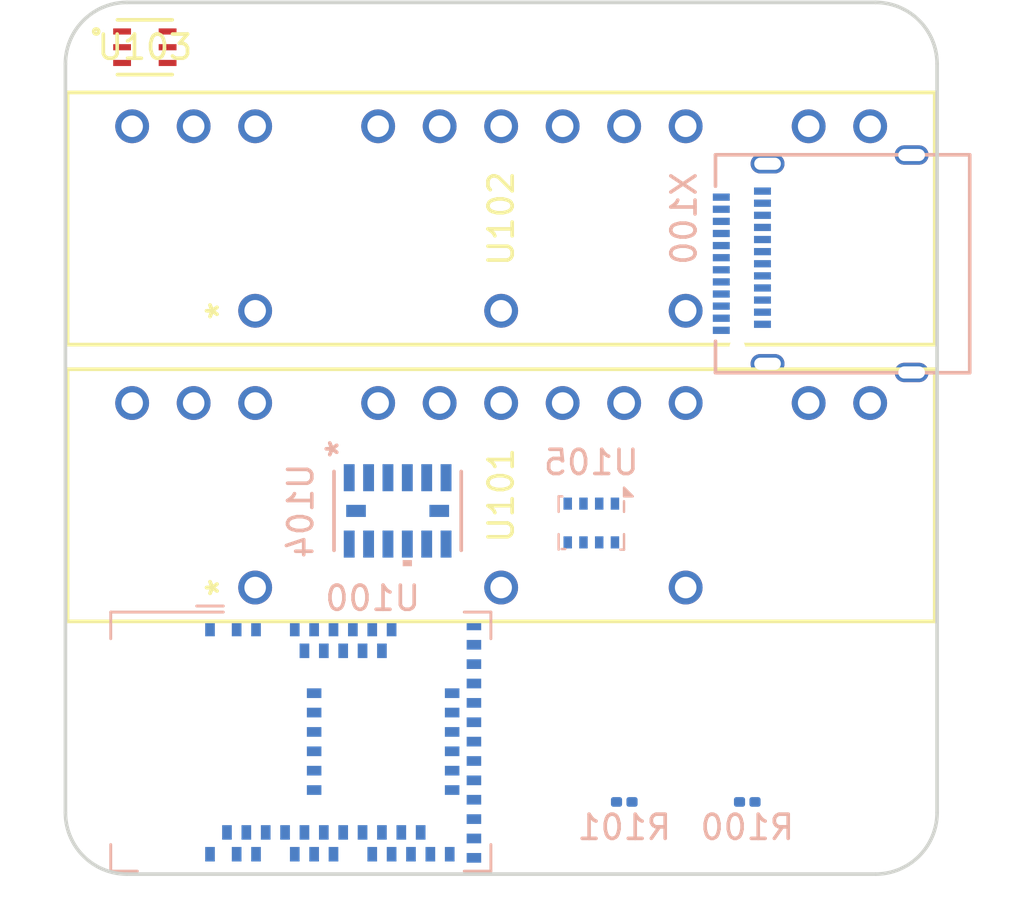
<source format=kicad_pcb>
(kicad_pcb (version 20240108) (generator "pcbnew") (generator_version "8.0")
  (layers (0 "F.Cu" signal) (31 "B.Cu" signal) (34 "B.Paste" user) (35 "F.Paste" user) (36 "B.SilkS" user "B.Silkscreen") (37 "F.SilkS" user "F.Silkscreen") (38 "B.Mask" user) (39 "F.Mask" user) (44 "Edge.Cuts" user))
  (net 0 "")
  (net 1 "GND")
  (net 2 "/LED")
  (net 3 "/D3")
  (net 4 "Net-(X100-CC1)")
  (net 5 "Net-(X100-CC2)")
  (net 6 "/A5")
  (net 7 "/VDIV")
  (net 8 "/A4")
  (net 9 "/AREF")
  (net 10 "/A3")
  (net 11 "/A2")
  (net 12 "/D10")
  (net 15 "/D9")
  (net 16 "/A0")
  (net 17 "/A1")
  (net 18 "/D11")
  (net 19 "/D6")
  (net 20 "/D12")
  (net 21 "/D5")
  (net 22 "/D13")
  (net 23 "/SCL")
  (net 24 "+3V3")
  (net 25 "/SDA")
  (net 27 "VBUS")
  (net 28 "/USB_D-")
  (net 29 "/USB_D+")
  (net 30 "/SCK")
  (net 31 "/MOSI")
  (net 33 "/MISO")
  (net 34 "/RESET")
  (net 35 "/QSPI_D0")
  (net 36 "/QSPI_SCK")
  (net 37 "/QSPI_D3")
  (net 39 "/QSPI_D2")
  (net 40 "/QSPI_D1")
  (net 41 "/ADPS_IRQ")
  (net 42 "/RXD")
  (net 43 "/TXD")
  (net 44 "/HCMS_RS")
  (net 45 "/SWDIO")
  (net 47 "/SWCLK")
  (net 48 "/D2")
  (net 49 "/HCMS_CE")
  (net 50 "/HCMS_BLANK")
  (net 52 "/HCMS_RESET")
  (net 53 "/HCMS_CLOCK")
  (net 54 "/HCMS_DATA_IN")
  (net 55 "/HCMS_DATA_SHARE")
  (footprint "HCMS-x91x:DIP26_HCMS-290X-B_BRA" (layer "F.Cu") (at 187.73609 90.205225 90)
    (property "Reference" "U101" (at 3.81 10.16 90) (layer "F.SilkS"))
    (property "Value" "HCMS-3917")
    (fp_line (start 9.017 -7.747) (end -1.397 -7.747) (stroke (width 0.1524)) (layer "F.SilkS"))
    (fp_line (start -1.397 -7.747) (end -1.397 28.067) (stroke (width 0.1524)) (layer "F.SilkS"))
    (fp_line (start 9.017 28.067) (end 9.017 -7.747) (stroke (width 0.1524)) (layer "F.SilkS"))
    (fp_line (start -1.397 28.067) (end 9.017 28.067) (stroke (width 0.1524)) (layer "F.SilkS"))
    (fp_text user "*" (at 0 -1.4605 90) (layer "F.SilkS"))
    (fp_text user "*" (at 0 -1.4605 90) (layer "F.SilkS"))
    (pad "3" thru_hole circle (at 0 0 90) (size 1.397 1.397) (drill 0.889) (layers "*.Cu" "*.Mask") (net 24 "+3V3"))
    (pad "7" thru_hole circle (at 0 10.16 90) (size 1.397 1.397) (drill 0.889) (layers "*.Cu" "*.Mask") (net 1 "GND"))
    (pad "10" thru_hole circle (at 0 17.78 90) (size 1.397 1.397) (drill 0.889) (layers "*.Cu" "*.Mask") (net 24 "+3V3"))
    (pad "14" thru_hole circle (at 7.62 25.4 90) (size 1.397 1.397) (drill 0.889) (layers "*.Cu" "*.Mask") (net 55 "/HCMS_DATA_SHARE"))
    (pad "15" thru_hole circle (at 7.62 22.86 90) (size 1.397 1.397) (drill 0.889) (layers "*.Cu" "*.Mask") (net 44 "/HCMS_RS"))
    (pad "17" thru_hole circle (at 7.62 17.78 90) (size 1.397 1.397) (drill 0.889) (layers "*.Cu" "*.Mask") (net 53 "/HCMS_CLOCK"))
    (pad "18" thru_hole circle (at 7.62 15.24 90) (size 1.397 1.397) (drill 0.889) (layers "*.Cu" "*.Mask") (net 49 "/HCMS_CE"))
    (pad "19" thru_hole circle (at 7.62 12.7 90) (size 1.397 1.397) (drill 0.889) (layers "*.Cu" "*.Mask") (net 50 "/HCMS_BLANK"))
    (pad "20" thru_hole circle (at 7.62 10.16 90) (size 1.397 1.397) (drill 0.889) (layers "*.Cu" "*.Mask") (net 1 "GND"))
    (pad "21" thru_hole circle (at 7.62 7.62 90) (size 1.397 1.397) (drill 0.889) (layers "*.Cu" "*.Mask") (net 24 "+3V3"))
    (pad "22" thru_hole circle (at 7.62 5.08 90) (size 1.397 1.397) (drill 0.889) (layers "*.Cu" "*.Mask") (net 24 "+3V3"))
    (pad "24" thru_hole circle (at 7.62 0 90) (size 1.397 1.397) (drill 0.889) (layers "*.Cu" "*.Mask") (net 52 "/HCMS_RESET"))
    (pad "25" thru_hole circle (at 7.62 -2.54 90) (size 1.397 1.397) (drill 0.889) (layers "*.Cu" "*.Mask"))
    (pad "26" thru_hole circle (at 7.62 -5.08 90) (size 1.397 1.397) (drill 0.889) (layers "*.Cu" "*.Mask"))
  )
  (footprint "HCMS-x91x:DIP26_HCMS-290X-B_BRA" (layer "F.Cu") (at 187.73609 78.775225 90)
    (property "Reference" "U102" (at 3.81 10.16 90) (layer "F.SilkS"))
    (property "Value" "HCMS-3917")
    (fp_line (start 9.017 -7.747) (end -1.397 -7.747) (stroke (width 0.1524)) (layer "F.SilkS"))
    (fp_line (start -1.397 -7.747) (end -1.397 28.067) (stroke (width 0.1524)) (layer "F.SilkS"))
    (fp_line (start 9.017 28.067) (end 9.017 -7.747) (stroke (width 0.1524)) (layer "F.SilkS"))
    (fp_line (start -1.397 28.067) (end 9.017 28.067) (stroke (width 0.1524)) (layer "F.SilkS"))
    (fp_text user "*" (at 0 -1.4605 90) (layer "F.SilkS"))
    (fp_text user "*" (at 0 -1.4605 90) (layer "F.SilkS"))
    (pad "3" thru_hole circle (at 0 0 90) (size 1.397 1.397) (drill 0.889) (layers "*.Cu" "*.Mask") (net 24 "+3V3"))
    (pad "7" thru_hole circle (at 0 10.16 90) (size 1.397 1.397) (drill 0.889) (layers "*.Cu" "*.Mask") (net 1 "GND"))
    (pad "10" thru_hole circle (at 0 17.78 90) (size 1.397 1.397) (drill 0.889) (layers "*.Cu" "*.Mask") (net 24 "+3V3"))
    (pad "14" thru_hole circle (at 7.62 25.4 90) (size 1.397 1.397) (drill 0.889) (layers "*.Cu" "*.Mask") (net 54 "/HCMS_DATA_IN"))
    (pad "15" thru_hole circle (at 7.62 22.86 90) (size 1.397 1.397) (drill 0.889) (layers "*.Cu" "*.Mask") (net 44 "/HCMS_RS"))
    (pad "17" thru_hole circle (at 7.62 17.78 90) (size 1.397 1.397) (drill 0.889) (layers "*.Cu" "*.Mask") (net 53 "/HCMS_CLOCK"))
    (pad "18" thru_hole circle (at 7.62 15.24 90) (size 1.397 1.397) (drill 0.889) (layers "*.Cu" "*.Mask") (net 49 "/HCMS_CE"))
    (pad "19" thru_hole circle (at 7.62 12.7 90) (size 1.397 1.397) (drill 0.889) (layers "*.Cu" "*.Mask") (net 50 "/HCMS_BLANK"))
    (pad "20" thru_hole circle (at 7.62 10.16 90) (size 1.397 1.397) (drill 0.889) (layers "*.Cu" "*.Mask") (net 1 "GND"))
    (pad "21" thru_hole circle (at 7.62 7.62 90) (size 1.397 1.397) (drill 0.889) (layers "*.Cu" "*.Mask") (net 24 "+3V3"))
    (pad "22" thru_hole circle (at 7.62 5.08 90) (size 1.397 1.397) (drill 0.889) (layers "*.Cu" "*.Mask") (net 24 "+3V3"))
    (pad "24" thru_hole circle (at 7.62 0 90) (size 1.397 1.397) (drill 0.889) (layers "*.Cu" "*.Mask") (net 52 "/HCMS_RESET"))
    (pad "25" thru_hole circle (at 7.62 -2.54 90) (size 1.397 1.397) (drill 0.889) (layers "*.Cu" "*.Mask"))
    (pad "26" thru_hole circle (at 7.62 -5.08 90) (size 1.397 1.397) (drill 0.889) (layers "*.Cu" "*.Mask") (net 55 "/HCMS_DATA_SHARE"))
  )
  (footprint "LTR390:SMD6_LTR-390UV-01_LTO" (layer "F.Cu") (at 183.1802 67.890001)
    (property "Reference" "U103" (at 0 0 0) (layer "F.SilkS"))
    (property "Value" "LTR-390UV-01")
    (fp_line (start -1.1303 1.1303) (end 1.1303 1.1303) (stroke (width 0.1524)) (layer "F.SilkS"))
    (fp_line (start 1.1303 -1.1303) (end -1.1303 -1.1303) (stroke (width 0.1524)) (layer "F.SilkS"))
    (fp_circle (center -2.0089 -0.65) (end -1.9073 -0.65) (stroke (width 0.1524)) (fill none) (layer "F.SilkS"))
    (pad "1" smd rect (at -0.9398 -0.649999) (size 0.7366 0.254) (layers "F.Cu" "F.Paste" "F.Mask") (net 24 "+3V3"))
    (pad "2" smd rect (at -0.9398 0) (size 0.7366 0.254) (layers "F.Cu" "F.Paste" "F.Mask"))
    (pad "3" smd rect (at -0.9398 0.649999) (size 0.7366 0.254) (layers "F.Cu" "F.Paste" "F.Mask") (net 1 "GND"))
    (pad "4" smd rect (at 0.9398 0.649999) (size 0.7366 0.254) (layers "F.Cu" "F.Paste" "F.Mask") (net 23 "/SCL"))
    (pad "5" smd rect (at 0.9398 0) (size 0.7366 0.254) (layers "F.Cu" "F.Paste" "F.Mask"))
    (pad "6" smd rect (at 0.9398 -0.649999) (size 0.7366 0.254) (layers "F.Cu" "F.Paste" "F.Mask") (net 25 "/SDA"))
  )
  (footprint "Resistor_SMD:R_0201_0603Metric" (layer "B.Cu") (at 202.98 99.06)
    (property "Reference" "R101" (at 0 1.05 0) (layer "B.SilkS") (effects (justify mirror)))
    (property "Value" "5.1K")
    (pad "1" smd roundrect (at -0.32 0) (size 0.46 0.4) (layers "B.Cu" "B.Mask") (net 5 "Net-(X100-CC2)"))
    (pad "2" smd roundrect (at 0.32 0) (size 0.46 0.4) (layers "B.Cu" "B.Mask") (net 1 "GND"))
  )
  (footprint "Package_LGA:Bosch_LGA-8_2x2.5mm_P0.65mm_ClockwisePinNumbering" (layer "B.Cu") (at 201.62 87.54 180)
    (property "Reference" "U105" (at 0 2.5 0) (layer "B.SilkS") (effects (justify mirror)))
    (property "Value" "BMP280")
    (fp_line (start 1.35 1.1) (end 1.35 0.46) (stroke (width 0.1)) (layer "B.SilkS"))
    (fp_line (start 1.35 1.1) (end 1.2 1.1) (stroke (width 0.1)) (layer "B.SilkS"))
    (fp_line (start 1.35 -0.46) (end 1.35 -1.1) (stroke (width 0.1)) (layer "B.SilkS"))
    (fp_line (start 1.225 -1.075) (end 1.075 -1.075) (stroke (width 0.1)) (layer "B.SilkS"))
    (fp_line (start -1.2 -1.1) (end -1.35 -1.1) (stroke (width 0.1)) (layer "B.SilkS"))
    (fp_line (start -1.35 0.9) (end -1.35 0.46) (stroke (width 0.1)) (layer "B.SilkS"))
    (fp_line (start -1.35 -0.46) (end -1.35 -1.1) (stroke (width 0.1)) (layer "B.SilkS"))
    (fp_poly (pts (xy -1.35 1.1) (xy -1.71 1.1) (xy -1.35 1.46) (xy -1.35 1.1)) (stroke (width 0.1)) (fill solid) (layer "B.SilkS"))
    (pad "1" smd rect (at -0.975 0.8 90) (size 0.5 0.35) (layers "B.Cu" "B.Paste" "B.Mask") (net 1 "GND"))
    (pad "2" smd rect (at -0.325 0.8 90) (size 0.5 0.35) (layers "B.Cu" "B.Paste" "B.Mask"))
    (pad "3" smd rect (at 0.325 0.8 90) (size 0.5 0.35) (layers "B.Cu" "B.Paste" "B.Mask") (net 25 "/SDA"))
    (pad "4" smd rect (at 0.975 0.8 90) (size 0.5 0.35) (layers "B.Cu" "B.Paste" "B.Mask") (net 23 "/SCL"))
    (pad "5" smd rect (at 0.975 -0.8 90) (size 0.5 0.35) (layers "B.Cu" "B.Paste" "B.Mask"))
    (pad "6" smd rect (at 0.325 -0.8 90) (size 0.5 0.35) (layers "B.Cu" "B.Paste" "B.Mask") (net 24 "+3V3"))
    (pad "7" smd rect (at -0.325 -0.8 90) (size 0.5 0.35) (layers "B.Cu" "B.Paste" "B.Mask") (net 1 "GND"))
    (pad "8" smd rect (at -0.975 -0.8 90) (size 0.5 0.35) (layers "B.Cu" "B.Paste" "B.Mask") (net 24 "+3V3"))
  )
  (footprint "Resistor_SMD:R_0201_0603Metric" (layer "B.Cu") (at 208.06 99.06)
    (property "Reference" "R100" (at 0 1.05 0) (layer "B.SilkS") (effects (justify mirror)))
    (property "Value" "5.1K")
    (pad "1" smd roundrect (at -0.32 0) (size 0.46 0.4) (layers "B.Cu" "B.Mask") (net 4 "Net-(X100-CC1)"))
    (pad "2" smd roundrect (at 0.32 0) (size 0.46 0.4) (layers "B.Cu" "B.Mask") (net 1 "GND"))
  )
  (footprint "RF_Module:Raytac_MDBT50Q" (layer "B.Cu") (at 189.621461 96.568658 -90)
    (property "Reference" "U100" (at -5.920117 -2.968168 0) (layer "B.SilkS") (effects (justify mirror)))
    (property "Value" "MDBT50Q-U1MV2")
    (fp_line (start -5.35 7.85) (end -5.35 3.2) (stroke (width 0.12)) (layer "B.SilkS"))
    (fp_line (start -4.25 7.85) (end -5.35 7.85) (stroke (width 0.12)) (layer "B.SilkS"))
    (fp_line (start 4.25 7.85) (end 5.35 7.85) (stroke (width 0.12)) (layer "B.SilkS"))
    (fp_line (start 5.35 7.85) (end 5.35 6.75) (stroke (width 0.12)) (layer "B.SilkS"))
    (fp_line (start -5.6 4.3) (end -5.6 3.2) (stroke (width 0.12)) (layer "B.SilkS"))
    (fp_line (start -5.35 -6.75) (end -5.35 -7.85) (stroke (width 0.12)) (layer "B.SilkS"))
    (fp_line (start 5.35 -6.75) (end 5.35 -7.85) (stroke (width 0.12)) (layer "B.SilkS"))
    (fp_line (start -5.35 -7.85) (end -4.25 -7.85) (stroke (width 0.12)) (layer "B.SilkS"))
    (fp_line (start 5.35 -7.85) (end 4.25 -7.85) (stroke (width 0.12)) (layer "B.SilkS"))
    (pad "1" smd rect (at -4.65 3.75 270) (size 0.6 0.4) (layers "B.Cu" "B.Paste" "B.Mask") (net 1 "GND"))
    (pad "2" smd rect (at -4.65 2.65 270) (size 0.6 0.4) (layers "B.Cu" "B.Paste" "B.Mask") (net 1 "GND"))
    (pad "3" smd rect (at -4.65 1.85 270) (size 0.6 0.4) (layers "B.Cu" "B.Paste" "B.Mask") (net 2 "/LED"))
    (pad "4" smd rect (at -4.65 0.25 270) (size 0.6 0.4) (layers "B.Cu" "B.Paste" "B.Mask") (net 3 "/D3"))
    (pad "5" smd rect (at -3.75 -0.15 270) (size 0.6 0.4) (layers "B.Cu" "B.Paste" "B.Mask"))
    (pad "6" smd rect (at -4.65 -0.55 270) (size 0.6 0.4) (layers "B.Cu" "B.Paste" "B.Mask"))
    (pad "7" smd rect (at -3.75 -0.95 270) (size 0.6 0.4) (layers "B.Cu" "B.Paste" "B.Mask"))
    (pad "8" smd rect (at -4.65 -1.35 270) (size 0.6 0.4) (layers "B.Cu" "B.Paste" "B.Mask"))
    (pad "9" smd rect (at -3.75 -1.75 270) (size 0.6 0.4) (layers "B.Cu" "B.Paste" "B.Mask") (net 6 "/A5"))
    (pad "10" smd rect (at -4.65 -2.15 270) (size 0.6 0.4) (layers "B.Cu" "B.Paste" "B.Mask") (net 7 "/VDIV"))
    (pad "11" smd rect (at -3.75 -2.55 270) (size 0.6 0.4) (layers "B.Cu" "B.Paste" "B.Mask") (net 8 "/A4"))
    (pad "12" smd rect (at -4.65 -2.95 270) (size 0.6 0.4) (layers "B.Cu" "B.Paste" "B.Mask") (net 9 "/AREF"))
    (pad "13" smd rect (at -3.75 -3.35 270) (size 0.6 0.4) (layers "B.Cu" "B.Paste" "B.Mask") (net 10 "/A3"))
    (pad "14" smd rect (at -4.65 -3.75 270) (size 0.6 0.4) (layers "B.Cu" "B.Paste" "B.Mask") (net 11 "/A2"))
    (pad "15" smd rect (at -4.8 -7.15 180) (size 0.6 0.4) (layers "B.Cu" "B.Paste" "B.Mask") (net 1 "GND"))
    (pad "16" smd rect (at -4 -7.15 180) (size 0.6 0.4) (layers "B.Cu" "B.Paste" "B.Mask") (net 12 "/D10"))
    (pad "17" smd rect (at -3.2 -7.15 180) (size 0.6 0.4) (layers "B.Cu" "B.Paste" "B.Mask"))
    (pad "18" smd rect (at -2.4 -7.15 180) (size 0.6 0.4) (layers "B.Cu" "B.Paste" "B.Mask"))
    (pad "19" smd rect (at -2 -6.25 180) (size 0.6 0.4) (layers "B.Cu" "B.Paste" "B.Mask") (net 15 "/D9"))
    (pad "20" smd rect (at -1.6 -7.15 180) (size 0.6 0.4) (layers "B.Cu" "B.Paste" "B.Mask") (net 16 "/A0"))
    (pad "21" smd rect (at -1.2 -6.25 180) (size 0.6 0.4) (layers "B.Cu" "B.Paste" "B.Mask") (net 17 "/A1"))
    (pad "22" smd rect (at -0.8 -7.15 180) (size 0.6 0.4) (layers "B.Cu" "B.Paste" "B.Mask") (net 18 "/D11"))
    (pad "23" smd rect (at -0.4 -6.25 180) (size 0.6 0.4) (layers "B.Cu" "B.Paste" "B.Mask") (net 19 "/D6"))
    (pad "24" smd rect (at 0 -7.15 180) (size 0.6 0.4) (layers "B.Cu" "B.Paste" "B.Mask") (net 20 "/D12"))
    (pad "25" smd rect (at 0.4 -6.25 180) (size 0.6 0.4) (layers "B.Cu" "B.Paste" "B.Mask") (net 21 "/D5"))
    (pad "26" smd rect (at 0.8 -7.15 180) (size 0.6 0.4) (layers "B.Cu" "B.Paste" "B.Mask") (net 22 "/D13"))
    (pad "27" smd rect (at 1.2 -6.25 180) (size 0.6 0.4) (layers "B.Cu" "B.Paste" "B.Mask") (net 23 "/SCL"))
    (pad "28" smd rect (at 1.6 -7.15 180) (size 0.6 0.4) (layers "B.Cu" "B.Paste" "B.Mask") (net 24 "+3V3"))
    (pad "29" smd rect (at 2 -6.25 180) (size 0.6 0.4) (layers "B.Cu" "B.Paste" "B.Mask") (net 25 "/SDA"))
    (pad "30" smd rect (at 2.4 -7.15 180) (size 0.6 0.4) (layers "B.Cu" "B.Paste" "B.Mask") (net 24 "+3V3"))
    (pad "31" smd rect (at 3.2 -7.15 180) (size 0.6 0.4) (layers "B.Cu" "B.Paste" "B.Mask"))
    (pad "32" smd rect (at 4 -7.15 180) (size 0.6 0.4) (layers "B.Cu" "B.Paste" "B.Mask") (net 27 "VBUS"))
    (pad "33" smd rect (at 4.8 -7.15 180) (size 0.6 0.4) (layers "B.Cu" "B.Paste" "B.Mask") (net 1 "GND"))
    (pad "34" smd rect (at 4.65 -6.15 270) (size 0.6 0.4) (layers "B.Cu" "B.Paste" "B.Mask") (net 28 "/USB_D-"))
    (pad "35" smd rect (at 4.65 -5.35 270) (size 0.6 0.4) (layers "B.Cu" "B.Paste" "B.Mask") (net 29 "/USB_D+"))
    (pad "36" smd rect (at 3.75 -4.95 270) (size 0.6 0.4) (layers "B.Cu" "B.Paste" "B.Mask") (net 30 "/SCK"))
    (pad "37" smd rect (at 4.65 -4.55 270) (size 0.6 0.4) (layers "B.Cu" "B.Paste" "B.Mask") (net 31 "/MOSI"))
    (pad "38" smd rect (at 3.75 -4.15 270) (size 0.6 0.4) (layers "B.Cu" "B.Paste" "B.Mask"))
    (pad "39" smd rect (at 4.65 -3.75 270) (size 0.6 0.4) (layers "B.Cu" "B.Paste" "B.Mask") (net 33 "/MISO"))
    (pad "40" smd rect (at 3.75 -3.35 270) (size 0.6 0.4) (layers "B.Cu" "B.Paste" "B.Mask") (net 34 "/RESET"))
    (pad "41" smd rect (at 4.65 -2.95 270) (size 0.6 0.4) (layers "B.Cu" "B.Paste" "B.Mask") (net 35 "/QSPI_D0"))
    (pad "42" smd rect (at 3.75 -2.55 270) (size 0.6 0.4) (layers "B.Cu" "B.Paste" "B.Mask") (net 36 "/QSPI_SCK"))
    (pad "43" smd rect (at 3.75 -1.75 270) (size 0.6 0.4) (layers "B.Cu" "B.Paste" "B.Mask") (net 37 "/QSPI_D3"))
    (pad "44" smd rect (at 4.65 -1.35 270) (size 0.6 0.4) (layers "B.Cu" "B.Paste" "B.Mask"))
    (pad "45" smd rect (at 3.75 -0.95 270) (size 0.6 0.4) (layers "B.Cu" "B.Paste" "B.Mask") (net 39 "/QSPI_D2"))
    (pad "46" smd rect (at 4.65 -0.55 270) (size 0.6 0.4) (layers "B.Cu" "B.Paste" "B.Mask") (net 40 "/QSPI_D1"))
    (pad "47" smd rect (at 3.75 -0.15 270) (size 0.6 0.4) (layers "B.Cu" "B.Paste" "B.Mask") (net 41 "/ADPS_IRQ"))
    (pad "48" smd rect (at 4.65 0.25 270) (size 0.6 0.4) (layers "B.Cu" "B.Paste" "B.Mask") (net 42 "/RXD"))
    (pad "49" smd rect (at 3.75 0.65 270) (size 0.6 0.4) (layers "B.Cu" "B.Paste" "B.Mask") (net 43 "/TXD"))
    (pad "50" smd rect (at 3.75 1.45 270) (size 0.6 0.4) (layers "B.Cu" "B.Paste" "B.Mask") (net 44 "/HCMS_RS"))
    (pad "51" smd rect (at 4.65 1.85 270) (size 0.6 0.4) (layers "B.Cu" "B.Paste" "B.Mask") (net 45 "/SWDIO"))
    (pad "52" smd rect (at 3.75 2.25 270) (size 0.6 0.4) (layers "B.Cu" "B.Paste" "B.Mask"))
    (pad "53" smd rect (at 4.65 2.65 270) (size 0.6 0.4) (layers "B.Cu" "B.Paste" "B.Mask") (net 47 "/SWCLK"))
    (pad "54" smd rect (at 3.75 3.05 270) (size 0.6 0.4) (layers "B.Cu" "B.Paste" "B.Mask") (net 48 "/D2"))
    (pad "55" smd rect (at 4.65 3.75 270) (size 0.6 0.4) (layers "B.Cu" "B.Paste" "B.Mask") (net 1 "GND"))
    (pad "56" smd rect (at -2 -0.55 180) (size 0.6 0.4) (layers "B.Cu" "B.Paste" "B.Mask") (net 49 "/HCMS_CE"))
    (pad "57" smd rect (at -1.2 -0.55 180) (size 0.6 0.4) (layers "B.Cu" "B.Paste" "B.Mask") (net 50 "/HCMS_BLANK"))
    (pad "58" smd rect (at -0.4 -0.55 180) (size 0.6 0.4) (layers "B.Cu" "B.Paste" "B.Mask"))
    (pad "59" smd rect (at 0.4 -0.55 180) (size 0.6 0.4) (layers "B.Cu" "B.Paste" "B.Mask") (net 52 "/HCMS_RESET"))
    (pad "60" smd rect (at 1.2 -0.55 180) (size 0.6 0.4) (layers "B.Cu" "B.Paste" "B.Mask") (net 53 "/HCMS_CLOCK"))
    (pad "61" smd rect (at 2 -0.55 180) (size 0.6 0.4) (layers "B.Cu" "B.Paste" "B.Mask") (net 54 "/HCMS_DATA_IN"))
  )
  (footprint "USB-C:12401598E4#2A" (layer "B.Cu") (at 207.647624 76.832569 -90)
    (property "Reference" "X100" (at -1.867344 2.2 90) (layer "B.SilkS") (effects (justify mirror)))
    (property "Value" "12401598E4#2A")
    (fp_line (start -4.5 0.9) (end -3.2 0.9) (stroke (width 0.15)) (layer "B.SilkS"))
    (fp_line (start -4.5 0.9) (end -4.5 -9.6) (stroke (width 0.15)) (layer "B.SilkS"))
    (fp_line (start 4.5 0.9) (end 3.2 0.9) (stroke (width 0.15)) (layer "B.SilkS"))
    (fp_line (start -4.5 -9.6) (end 4.5 -9.6) (stroke (width 0.15)) (layer "B.SilkS"))
    (fp_line (start 4.5 -9.6) (end 4.5 0.9) (stroke (width 0.15)) (layer "B.SilkS"))
    (pad "" np_thru_hole circle (at -3.6 0 270) (size 0.65 0.65) (drill 0.65) (layers "*.Cu" "*.Mask"))
    (pad "" np_thru_hole oval (at 3.6 0 270) (size 0.95 0.65) (drill oval 0.95 0.65) (layers "*.Cu" "*.Mask"))
    (pad "A1" smd rect (at -2.75 0.66 270) (size 0.3 0.7) (layers "B.Cu" "B.Paste" "B.Mask") (net 1 "GND"))
    (pad "A2" smd rect (at -2.25 0.66 270) (size 0.3 0.7) (layers "B.Cu" "B.Paste" "B.Mask"))
    (pad "A3" smd rect (at -1.75 0.66 270) (size 0.3 0.7) (layers "B.Cu" "B.Paste" "B.Mask"))
    (pad "A4" smd rect (at -1.25 0.66 270) (size 0.3 0.7) (layers "B.Cu" "B.Paste" "B.Mask") (net 27 "VBUS"))
    (pad "A5" smd rect (at -0.75 0.66 270) (size 0.3 0.7) (layers "B.Cu" "B.Paste" "B.Mask") (net 4 "Net-(X100-CC1)"))
    (pad "A6" smd rect (at -0.25 0.66 270) (size 0.3 0.7) (layers "B.Cu" "B.Paste" "B.Mask") (net 29 "/USB_D+"))
    (pad "A7" smd rect (at 0.25 0.66 270) (size 0.3 0.7) (layers "B.Cu" "B.Paste" "B.Mask") (net 28 "/USB_D-"))
    (pad "A8" smd rect (at 0.75 0.66 270) (size 0.3 0.7) (layers "B.Cu" "B.Paste" "B.Mask"))
    (pad "A9" smd rect (at 1.25 0.66 270) (size 0.3 0.7) (layers "B.Cu" "B.Paste" "B.Mask") (net 27 "VBUS"))
    (pad "A10" smd rect (at 1.75 0.66 270) (size 0.3 0.7) (layers "B.Cu" "B.Paste" "B.Mask"))
    (pad "A11" smd rect (at 2.25 0.66 270) (size 0.3 0.7) (layers "B.Cu" "B.Paste" "B.Mask"))
    (pad "A12" smd rect (at 2.75 0.66 270) (size 0.3 0.7) (layers "B.Cu" "B.Paste" "B.Mask") (net 1 "GND"))
    (pad "B1" smd rect (at 2.5 -1.04 270) (size 0.3 0.7) (layers "B.Cu" "B.Paste" "B.Mask") (net 1 "GND"))
    (pad "B2" smd rect (at 2 -1.04 270) (size 0.3 0.7) (layers "B.Cu" "B.Paste" "B.Mask"))
    (pad "B3" smd rect (at 1.5 -1.04 270) (size 0.3 0.7) (layers "B.Cu" "B.Paste" "B.Mask"))
    (pad "B4" smd rect (at 1 -1.04 270) (size 0.3 0.7) (layers "B.Cu" "B.Paste" "B.Mask") (net 27 "VBUS"))
    (pad "B5" smd rect (at 0.5 -1.04 270) (size 0.3 0.7) (layers "B.Cu" "B.Paste" "B.Mask") (net 5 "Net-(X100-CC2)"))
    (pad "B6" smd rect (at 0 -1.04 270) (size 0.3 0.7) (layers "B.Cu" "B.Paste" "B.Mask") (net 29 "/USB_D+"))
    (pad "B7" smd rect (at -0.5 -1.04 270) (size 0.3 0.7) (layers "B.Cu" "B.Paste" "B.Mask") (net 28 "/USB_D-"))
    (pad "B8" smd rect (at -1 -1.04 270) (size 0.3 0.7) (layers "B.Cu" "B.Paste" "B.Mask"))
    (pad "B9" smd rect (at -1.5 -1.04 270) (size 0.3 0.7) (layers "B.Cu" "B.Paste" "B.Mask") (net 27 "VBUS"))
    (pad "B10" smd rect (at -2 -1.04 270) (size 0.3 0.7) (layers "B.Cu" "B.Paste" "B.Mask"))
    (pad "B11" smd rect (at -2.5 -1.04 270) (size 0.3 0.7) (layers "B.Cu" "B.Paste" "B.Mask"))
    (pad "B12" smd rect (at -3 -1.04 270) (size 0.3 0.7) (layers "B.Cu" "B.Paste" "B.Mask") (net 1 "GND"))
    (pad "S1" thru_hole oval (at -4.13 -1.25 270) (size 0.8 1.4) (drill oval 0.5 1.1) (layers "*.Cu" "F.Mask") (net 1 "GND"))
    (pad "S2" thru_hole oval (at 4.13 -1.25 270) (size 0.8 1.4) (drill oval 0.5 1.1) (layers "*.Cu" "F.Mask") (net 1 "GND"))
    (pad "S3" thru_hole oval (at -4.49 -7.2 270) (size 0.8 1.4) (drill oval 0.5 1.1) (layers "*.Cu" "F.Mask") (net 1 "GND"))
    (pad "S4" thru_hole oval (at 4.49 -7.2 270) (size 0.8 1.4) (drill oval 0.5 1.1) (layers "*.Cu" "F.Mask") (net 1 "GND"))
  )
  (footprint "ADXL345:LGA_CC-14-1_ADI" (layer "B.Cu") (at 193.62 87.04 -90)
    (property "Reference" "U104" (at 0 4 90) (layer "B.SilkS") (effects (justify mirror)))
    (property "Value" "ADXL345BCCZ-RL")
    (fp_line (start -1.627 2.627) (end 1.627 2.627) (stroke (width 0.1524)) (layer "B.SilkS"))
    (fp_line (start 1.627 -2.627) (end -1.627 -2.627) (stroke (width 0.1524)) (layer "B.SilkS"))
    (fp_poly (pts (xy 2.285401 -0.209499) (xy 2.285401 -0.590499) (xy 2.031401 -0.590499) (xy 2.031401 -0.209499)) (fill solid) (layer "B.SilkS"))
    (fp_text user "*" (at -2.5648 2.4 90) (layer "B.SilkS") (effects (justify mirror)))
    (fp_text user "*" (at -2.5648 2.4 90) (layer "B.SilkS") (effects (justify mirror)))
    (pad "1" smd rect (at -1.370901 2.000001 180) (size 0.4492 1.1178) (layers "B.Cu" "B.Paste" "B.Mask") (net 24 "+3V3"))
    (pad "2" smd rect (at -1.370901 1.2 180) (size 0.4492 1.1178) (layers "B.Cu" "B.Paste" "B.Mask") (net 1 "GND"))
    (pad "3" smd rect (at -1.370901 0.399999 180) (size 0.4492 1.1178) (layers "B.Cu" "B.Paste" "B.Mask"))
    (pad "4" smd rect (at -1.370901 -0.399999 180) (size 0.4492 1.1178) (layers "B.Cu" "B.Paste" "B.Mask") (net 1 "GND"))
    (pad "5" smd rect (at -1.370901 -1.2 180) (size 0.4492 1.1178) (layers "B.Cu" "B.Paste" "B.Mask") (net 1 "GND"))
    (pad "6" smd rect (at -1.370901 -1.999999 180) (size 0.4492 1.1178) (layers "B.Cu" "B.Paste" "B.Mask") (net 24 "+3V3"))
    (pad "7" smd rect (at 0 -1.718498 270) (size 0.5 0.813) (layers "B.Cu" "B.Paste" "B.Mask") (net 24 "+3V3"))
    (pad "8" smd rect (at 1.370901 -2.000001 180) (size 0.4492 1.1178) (layers "B.Cu" "B.Paste" "B.Mask"))
    (pad "9" smd rect (at 1.370901 -1.2 180) (size 0.4492 1.1178) (layers "B.Cu" "B.Paste" "B.Mask"))
    (pad "10" smd rect (at 1.370901 -0.399999 180) (size 0.4492 1.1178) (layers "B.Cu" "B.Paste" "B.Mask"))
    (pad "11" smd rect (at 1.370901 0.399999 180) (size 0.4492 1.1178) (layers "B.Cu" "B.Paste" "B.Mask"))
    (pad "12" smd rect (at 1.370901 1.2 180) (size 0.4492 1.1178) (layers "B.Cu" "B.Paste" "B.Mask"))
    (pad "13" smd rect (at 1.370901 1.999999 180) (size 0.4492 1.1178) (layers "B.Cu" "B.Paste" "B.Mask") (net 25 "/SDA"))
    (pad "14" smd rect (at 0 1.718498 270) (size 0.5 0.813) (layers "B.Cu" "B.Paste" "B.Mask") (net 23 "/SCL"))
  )
  (gr_line (start 179.9 99.5) (end 179.9 68.58) (stroke (width 0.15)) (layer "Edge.Cuts"))
  (gr_line (start 182.44 66.04) (end 213.36 66.04) (stroke (width 0.15)) (layer "Edge.Cuts"))
  (gr_line (start 213.36 102.04) (end 182.44 102.04) (stroke (width 0.15)) (layer "Edge.Cuts"))
  (gr_arc (start 215.9 99.5) (mid 215.156051 101.296051) (end 213.36 102.04) (stroke (width 0.15)) (layer "Edge.Cuts"))
  (gr_line (start 215.9 68.58) (end 215.9 99.5) (stroke (width 0.15)) (layer "Edge.Cuts"))
  (gr_arc (start 179.9 68.58) (mid 180.643949 66.783949) (end 182.44 66.04) (stroke (width 0.15)) (layer "Edge.Cuts"))
  (gr_arc (start 182.44 102.04) (mid 180.643949 101.296051) (end 179.9 99.5) (stroke (width 0.15)) (layer "Edge.Cuts"))
  (gr_arc (start 213.36 66.04) (mid 215.156051 66.783949) (end 215.9 68.58) (stroke (width 0.15)) (layer "Edge.Cuts"))
)
</source>
